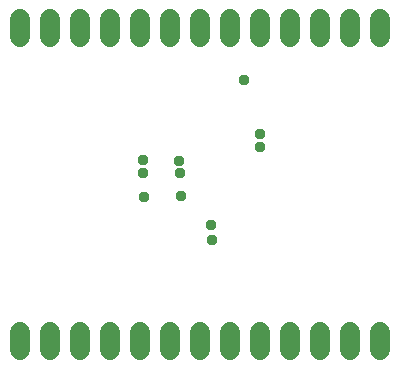
<source format=gbr>
G04 EAGLE Gerber RS-274X export*
G75*
%MOMM*%
%FSLAX34Y34*%
%LPD*%
%INSoldermask Bottom*%
%IPPOS*%
%AMOC8*
5,1,8,0,0,1.08239X$1,22.5*%
G01*
%ADD10C,1.727200*%
%ADD11C,0.959600*%


D10*
X377899Y289910D02*
X377899Y305150D01*
X352499Y305150D02*
X352499Y289910D01*
X327099Y289910D02*
X327099Y305150D01*
X301699Y305150D02*
X301699Y289910D01*
X276299Y289910D02*
X276299Y305150D01*
X250899Y305150D02*
X250899Y289910D01*
X225499Y289910D02*
X225499Y305150D01*
X200099Y305150D02*
X200099Y289910D01*
X174699Y289910D02*
X174699Y305150D01*
X149299Y305150D02*
X149299Y289910D01*
X123899Y289910D02*
X123899Y305150D01*
X98499Y305150D02*
X98499Y289910D01*
X73099Y289910D02*
X73099Y305150D01*
X377899Y40150D02*
X377899Y24910D01*
X352499Y24910D02*
X352499Y40150D01*
X327099Y40150D02*
X327099Y24910D01*
X301699Y24910D02*
X301699Y40150D01*
X276299Y40150D02*
X276299Y24910D01*
X250899Y24910D02*
X250899Y40150D01*
X225499Y40150D02*
X225499Y24910D01*
X200099Y24910D02*
X200099Y40150D01*
X174699Y40150D02*
X174699Y24910D01*
X149299Y24910D02*
X149299Y40150D01*
X123899Y40150D02*
X123899Y24910D01*
X98499Y24910D02*
X98499Y40150D01*
X73099Y40150D02*
X73099Y24910D01*
D11*
X209937Y154994D03*
X177974Y154848D03*
X208316Y185198D03*
X177573Y185374D03*
X208724Y175081D03*
X177179Y174936D03*
X235128Y130406D03*
X235759Y118034D03*
X276398Y207665D03*
X276903Y196556D03*
X263306Y253835D03*
M02*

</source>
